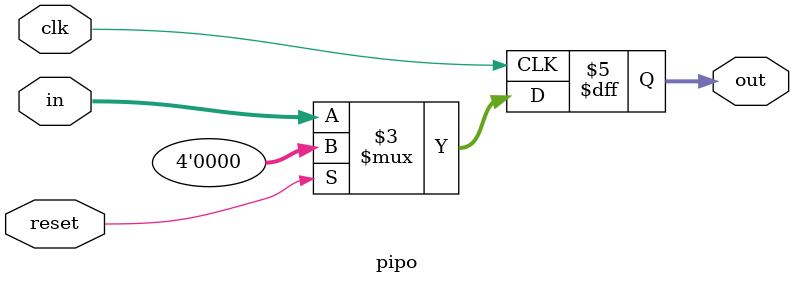
<source format=v>
module pipo(out, in, clk, reset); //positive edge triggered PIPO register
input[3:0] in;
input clk, reset;
output reg[3:0] out;

    always @(posedge clk) begin
        if(reset) out = 4'b 0000;
        else out = in;
    end
endmodule
</source>
